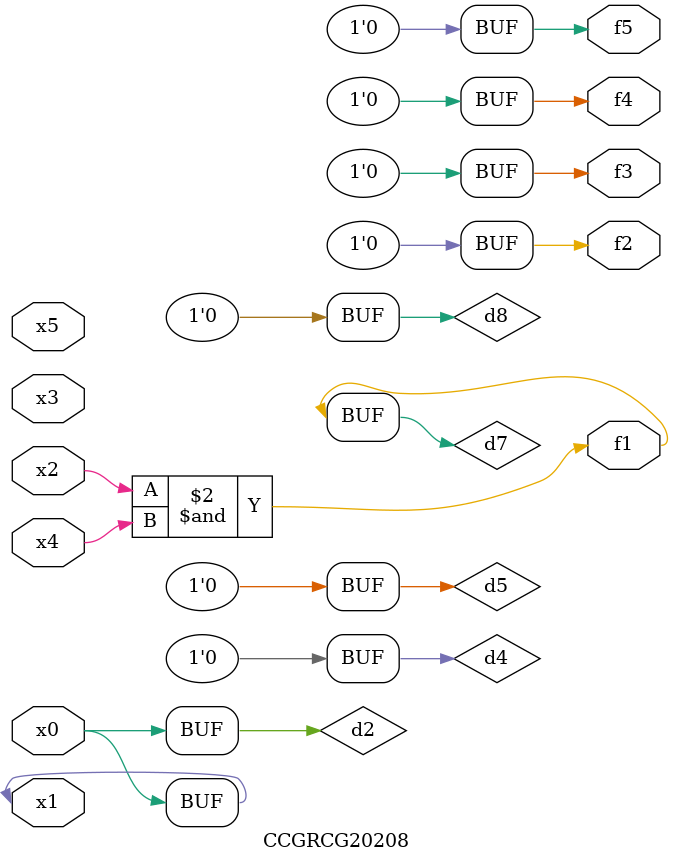
<source format=v>
module CCGRCG20208(
	input x0, x1, x2, x3, x4, x5,
	output f1, f2, f3, f4, f5
);

	wire d1, d2, d3, d4, d5, d6, d7, d8, d9;

	nand (d1, x1);
	buf (d2, x0, x1);
	nand (d3, x2, x4);
	and (d4, d1, d2);
	and (d5, d1, d2);
	nand (d6, d1, d3);
	not (d7, d3);
	xor (d8, d5);
	nor (d9, d5, d6);
	assign f1 = d7;
	assign f2 = d8;
	assign f3 = d8;
	assign f4 = d8;
	assign f5 = d8;
endmodule

</source>
